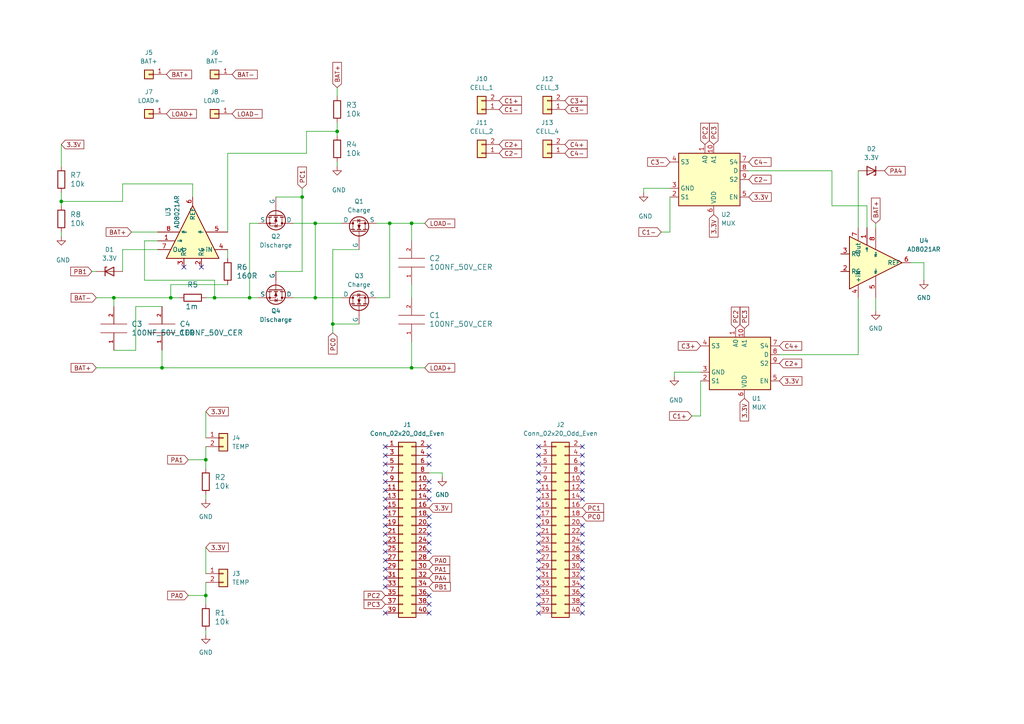
<source format=kicad_sch>
(kicad_sch (version 20250114) (generator "eeschema") (generator_version "9.0")
  (paper "A4")
  (lib_symbols
    (symbol "Amplifier_Operational:AD8021AR"
      (property "Reference" "U3" (at 13.97 6.4202 0))
      (property "Value" "AD8021AR" (at 13.97 3.8802 0))
      (symbol "AD8021AR_0_1"
        (polyline (pts (xy -7.62 7.62) (xy 7.62 0) (xy -7.62 -7.62) (xy -7.62 7.62)) (stroke (width 0.254)) (fill (type background)))
      )
      (symbol "AD8021AR_1_1"
        (pin input line (at -10.16 2.54 0) (length 2.54) (name "RG") (number "3"))
        (pin input line (at -10.16 -2.54 0) (length 2.54) (name "RG") (number "2"))
        (pin power_in line (at -5.08 10.16 270) (length 3.81) (name "Out") (number "7"))
        (pin power_in line (at -5.08 -10.16 90) (length 3.81) (name "+iN") (number "4"))
        (pin input line (at -2.54 10.16 270) (length 5.08) (name "-IN") (number "1"))
        (pin input line (at 0 10.16 270) (length 6.35) (name "VS+") (number "8"))
        (pin passive line (at 0 -10.16 90) (length 6.35) (name "VS-") (number "5"))
        (pin output line (at 10.16 0 180) (length 2.54) (name "REF") (number "6"))
      )
    )
    (symbol "Analog:PGA112"
      (property "Reference" "U2" (at 2.1433 -10.16 0))
      (property "Value" "MUX" (at 2.1433 -12.7 0))
      (symbol "PGA112_0_1"
        (rectangle (start -10.16 7.62) (end 7.62 -7.62) (stroke (width 0.254)) (fill (type background)))
      )
      (symbol "PGA112_1_1"
        (pin input line (at -12.7 5.08 0) (length 2.54) (name "S3") (number "4"))
        (pin input line (at -12.7 -2.54 0) (length 2.54) (name "GND") (number "3"))
        (pin input line (at -12.7 -5.08 0) (length 2.54) (name "S1") (number "2"))
        (pin power_in line (at -2.54 10.16 270) (length 2.54) (name "A0") (number "1"))
        (pin power_in line (at 0 10.16 270) (length 2.54) (name "A1") (number "10"))
        (pin power_in line (at 0 -10.16 90) (length 2.54) (name "VDD") (number "6"))
        (pin input line (at 10.16 5.08 180) (length 2.54) (name "S4") (number "7"))
        (pin bidirectional line (at 10.16 2.54 180) (length 2.54) (name "D") (number "8"))
        (pin input line (at 10.16 0 180) (length 2.54) (name "S2") (number "9"))
        (pin output line (at 10.16 -5.08 180) (length 2.54) (name "EN") (number "5"))
      )
    )
    (symbol "Connector_Generic:Conn_01x01" (pin_names (offset 1.016) (hide yes))
      (property "Reference" "J" (at 0 2.54 0))
      (property "Value" "Conn_01x01" (at 0 -2.54 0))
      (symbol "Conn_01x01_1_1"
        (rectangle (start -1.27 1.27) (end 1.27 -1.27) (stroke (width 0.254)) (fill (type background)))
        (rectangle (start -1.27 0.127) (end 0 -0.127) (stroke (width 0.1524)))
        (pin passive line (at -5.08 0 0) (length 3.81) (name "Pin_1") (number "1"))
      )
    )
    (symbol "Connector_Generic:Conn_01x02" (pin_names (offset 1.016) (hide yes))
      (property "Reference" "J" (at 0 2.54 0))
      (property "Value" "Conn_01x02" (at 0 -5.08 0))
      (symbol "Conn_01x02_1_1"
        (rectangle (start -1.27 1.27) (end 1.27 -3.81) (stroke (width 0.254)) (fill (type background)))
        (rectangle (start -1.27 0.127) (end 0 -0.127) (stroke (width 0.1524)))
        (rectangle (start -1.27 -2.413) (end 0 -2.667) (stroke (width 0.1524)))
        (pin passive line (at -5.08 0 0) (length 3.81) (name "Pin_1") (number "1"))
        (pin passive line (at -5.08 -2.54 0) (length 3.81) (name "Pin_2") (number "2"))
      )
    )
    (symbol "Connector_Generic:Conn_02x20_Odd_Even" (pin_names (offset 1.016) (hide yes))
      (property "Reference" "J" (at 1.27 25.4 0))
      (property "Value" "Conn_02x20_Odd_Even" (at 1.27 -27.94 0))
      (symbol "Conn_02x20_Odd_Even_1_1"
        (rectangle (start -1.27 24.13) (end 3.81 -26.67) (stroke (width 0.254)) (fill (type background)))
        (rectangle (start -1.27 22.987) (end 0 22.733) (stroke (width 0.1524)))
        (rectangle (start -1.27 20.447) (end 0 20.193) (stroke (width 0.1524)))
        (rectangle (start -1.27 17.907) (end 0 17.653) (stroke (width 0.1524)))
        (rectangle (start -1.27 15.367) (end 0 15.113) (stroke (width 0.1524)))
        (rectangle (start -1.27 12.827) (end 0 12.573) (stroke (width 0.1524)))
        (rectangle (start -1.27 10.287) (end 0 10.033) (stroke (width 0.1524)))
        (rectangle (start -1.27 7.747) (end 0 7.493) (stroke (width 0.1524)))
        (rectangle (start -1.27 5.207) (end 0 4.953) (stroke (width 0.1524)))
        (rectangle (start -1.27 2.667) (end 0 2.413) (stroke (width 0.1524)))
        (rectangle (start -1.27 0.127) (end 0 -0.127) (stroke (width 0.1524)))
        (rectangle (start -1.27 -2.413) (end 0 -2.667) (stroke (width 0.1524)))
        (rectangle (start -1.27 -4.953) (end 0 -5.207) (stroke (width 0.1524)))
        (rectangle (start -1.27 -7.493) (end 0 -7.747) (stroke (width 0.1524)))
        (rectangle (start -1.27 -10.033) (end 0 -10.287) (stroke (width 0.1524)))
        (rectangle (start -1.27 -12.573) (end 0 -12.827) (stroke (width 0.1524)))
        (rectangle (start -1.27 -15.113) (end 0 -15.367) (stroke (width 0.1524)))
        (rectangle (start -1.27 -17.653) (end 0 -17.907) (stroke (width 0.1524)))
        (rectangle (start -1.27 -20.193) (end 0 -20.447) (stroke (width 0.1524)))
        (rectangle (start -1.27 -22.733) (end 0 -22.987) (stroke (width 0.1524)))
        (rectangle (start -1.27 -25.273) (end 0 -25.527) (stroke (width 0.1524)))
        (rectangle (start 3.81 22.987) (end 2.54 22.733) (stroke (width 0.1524)))
        (rectangle (start 3.81 20.447) (end 2.54 20.193) (stroke (width 0.1524)))
        (rectangle (start 3.81 17.907) (end 2.54 17.653) (stroke (width 0.1524)))
        (rectangle (start 3.81 15.367) (end 2.54 15.113) (stroke (width 0.1524)))
        (rectangle (start 3.81 12.827) (end 2.54 12.573) (stroke (width 0.1524)))
        (rectangle (start 3.81 10.287) (end 2.54 10.033) (stroke (width 0.1524)))
        (rectangle (start 3.81 7.747) (end 2.54 7.493) (stroke (width 0.1524)))
        (rectangle (start 3.81 5.207) (end 2.54 4.953) (stroke (width 0.1524)))
        (rectangle (start 3.81 2.667) (end 2.54 2.413) (stroke (width 0.1524)))
        (rectangle (start 3.81 0.127) (end 2.54 -0.127) (stroke (width 0.1524)))
        (rectangle (start 3.81 -2.413) (end 2.54 -2.667) (stroke (width 0.1524)))
        (rectangle (start 3.81 -4.953) (end 2.54 -5.207) (stroke (width 0.1524)))
        (rectangle (start 3.81 -7.493) (end 2.54 -7.747) (stroke (width 0.1524)))
        (rectangle (start 3.81 -10.033) (end 2.54 -10.287) (stroke (width 0.1524)))
        (rectangle (start 3.81 -12.573) (end 2.54 -12.827) (stroke (width 0.1524)))
        (rectangle (start 3.81 -15.113) (end 2.54 -15.367) (stroke (width 0.1524)))
        (rectangle (start 3.81 -17.653) (end 2.54 -17.907) (stroke (width 0.1524)))
        (rectangle (start 3.81 -20.193) (end 2.54 -20.447) (stroke (width 0.1524)))
        (rectangle (start 3.81 -22.733) (end 2.54 -22.987) (stroke (width 0.1524)))
        (rectangle (start 3.81 -25.273) (end 2.54 -25.527) (stroke (width 0.1524)))
        (pin passive line (at -5.08 22.86 0) (length 3.81) (name "Pin_1") (number "1"))
        (pin passive line (at -5.08 20.32 0) (length 3.81) (name "Pin_3") (number "3"))
        (pin passive line (at -5.08 17.78 0) (length 3.81) (name "Pin_5") (number "5"))
        (pin passive line (at -5.08 15.24 0) (length 3.81) (name "Pin_7") (number "7"))
        (pin passive line (at -5.08 12.7 0) (length 3.81) (name "Pin_9") (number "9"))
        (pin passive line (at -5.08 10.16 0) (length 3.81) (name "Pin_11") (number "11"))
        (pin passive line (at -5.08 7.62 0) (length 3.81) (name "Pin_13") (number "13"))
        (pin passive line (at -5.08 5.08 0) (length 3.81) (name "Pin_15") (number "15"))
        (pin passive line (at -5.08 2.54 0) (length 3.81) (name "Pin_17") (number "17"))
        (pin passive line (at -5.08 0 0) (length 3.81) (name "Pin_19") (number "19"))
        (pin passive line (at -5.08 -2.54 0) (length 3.81) (name "Pin_21") (number "21"))
        (pin passive line (at -5.08 -5.08 0) (length 3.81) (name "Pin_23") (number "23"))
        (pin passive line (at -5.08 -7.62 0) (length 3.81) (name "Pin_25") (number "25"))
        (pin passive line (at -5.08 -10.16 0) (length 3.81) (name "Pin_27") (number "27"))
        (pin passive line (at -5.08 -12.7 0) (length 3.81) (name "Pin_29") (number "29"))
        (pin passive line (at -5.08 -15.24 0) (length 3.81) (name "Pin_31") (number "31"))
        (pin passive line (at -5.08 -17.78 0) (length 3.81) (name "Pin_33") (number "33"))
        (pin passive line (at -5.08 -20.32 0) (length 3.81) (name "Pin_35") (number "35"))
        (pin passive line (at -5.08 -22.86 0) (length 3.81) (name "Pin_37") (number "37"))
        (pin passive line (at -5.08 -25.4 0) (length 3.81) (name "Pin_39") (number "39"))
        (pin passive line (at 7.62 22.86 180) (length 3.81) (name "Pin_2") (number "2"))
        (pin passive line (at 7.62 20.32 180) (length 3.81) (name "Pin_4") (number "4"))
        (pin passive line (at 7.62 17.78 180) (length 3.81) (name "Pin_6") (number "6"))
        (pin passive line (at 7.62 15.24 180) (length 3.81) (name "Pin_8") (number "8"))
        (pin passive line (at 7.62 12.7 180) (length 3.81) (name "Pin_10") (number "10"))
        (pin passive line (at 7.62 10.16 180) (length 3.81) (name "Pin_12") (number "12"))
        (pin passive line (at 7.62 7.62 180) (length 3.81) (name "Pin_14") (number "14"))
        (pin passive line (at 7.62 5.08 180) (length 3.81) (name "Pin_16") (number "16"))
        (pin passive line (at 7.62 2.54 180) (length 3.81) (name "Pin_18") (number "18"))
        (pin passive line (at 7.62 0 180) (length 3.81) (name "Pin_20") (number "20"))
        (pin passive line (at 7.62 -2.54 180) (length 3.81) (name "Pin_22") (number "22"))
        (pin passive line (at 7.62 -5.08 180) (length 3.81) (name "Pin_24") (number "24"))
        (pin passive line (at 7.62 -7.62 180) (length 3.81) (name "Pin_26") (number "26"))
        (pin passive line (at 7.62 -10.16 180) (length 3.81) (name "Pin_28") (number "28"))
        (pin passive line (at 7.62 -12.7 180) (length 3.81) (name "Pin_30") (number "30"))
        (pin passive line (at 7.62 -15.24 180) (length 3.81) (name "Pin_32") (number "32"))
        (pin passive line (at 7.62 -17.78 180) (length 3.81) (name "Pin_34") (number "34"))
        (pin passive line (at 7.62 -20.32 180) (length 3.81) (name "Pin_36") (number "36"))
        (pin passive line (at 7.62 -22.86 180) (length 3.81) (name "Pin_38") (number "38"))
        (pin passive line (at 7.62 -25.4 180) (length 3.81) (name "Pin_40") (number "40"))
      )
    )
    (symbol "Diode:BZV55B3V0" (pin_numbers (hide yes)) (pin_names (hide yes))
      (property "Reference" "D" (at 0 2.54 0))
      (property "Value" "BZV55B3V0" (at 0 -2.54 0))
      (symbol "BZV55B3V0_0_1"
        (polyline (pts (xy -1.27 -1.27) (xy -1.27 1.27) (xy -0.762 1.27)) (stroke (width 0.254)))
        (polyline (pts (xy 1.27 0) (xy -1.27 0)))
        (polyline (pts (xy 1.27 -1.27) (xy 1.27 1.27) (xy -1.27 0) (xy 1.27 -1.27)) (stroke (width 0.254)))
      )
      (symbol "BZV55B3V0_1_1"
        (pin passive line (at -3.81 0 0) (length 2.54) (name "K") (number "1"))
        (pin passive line (at 3.81 0 180) (length 2.54) (name "A") (number "2"))
      )
    )
    (symbol "NMOS_1" (pin_numbers (hide yes)) (pin_names (offset 0))
      (property "Reference" "Q3" (at 6.35 1.2701 0))
      (property "Value" "NMOS" (at 6.35 -1.2699 0))
      (symbol "NMOS_1_0_1"
        (polyline (pts (xy 0.254 1.905) (xy 0.254 -1.905)) (stroke (width 0.254)))
        (polyline (pts (xy 0.254 0) (xy -2.54 0)))
        (polyline (pts (xy 0.762 2.286) (xy 0.762 1.27)) (stroke (width 0.254)))
        (polyline (pts (xy 0.762 0.508) (xy 0.762 -0.508)) (stroke (width 0.254)))
        (polyline (pts (xy 0.762 -1.27) (xy 0.762 -2.286)) (stroke (width 0.254)))
        (polyline (pts (xy 0.762 -1.778) (xy 3.302 -1.778) (xy 3.302 1.778) (xy 0.762 1.778)))
        (polyline (pts (xy 1.016 0) (xy 2.032 0.381) (xy 2.032 -0.381) (xy 1.016 0)) (fill (type outline)))
        (circle (center 1.651 0) (radius 2.794) (stroke (width 0.254)))
        (polyline (pts (xy 2.54 2.54) (xy 2.54 1.778)))
        (circle (center 2.54 1.778) (radius 0.254) (fill (type outline)))
        (circle (center 2.54 -1.778) (radius 0.254) (fill (type outline)))
        (polyline (pts (xy 2.54 -2.54) (xy 2.54 0) (xy 0.762 0)))
        (polyline (pts (xy 2.794 0.508) (xy 2.921 0.381) (xy 3.683 0.381) (xy 3.81 0.254)))
        (polyline (pts (xy 3.302 0.381) (xy 2.921 -0.254) (xy 3.683 -0.254) (xy 3.302 0.381)))
      )
      (symbol "NMOS_1_1_1"
        (pin input line (at -5.08 0 0) (length 2.54) (name "G") (number "4"))
        (pin passive line (at 2.54 5.08 270) (length 2.54) (name "D") (number "8"))
        (pin passive line (at 2.54 -5.08 90) (length 2.54) (name "S") (number "1"))
      )
    )
    (symbol "VAMK_C_SMD:100NF_50V_CER" (pin_names (offset 0))
      (property "Reference" "C" (at 0 7.62 0))
      (symbol "100NF_50V_CER_1_1"
        (polyline (pts (xy -1.27 -3.81) (xy -1.27 3.81)))
        (polyline (pts (xy 1.27 -3.81) (xy 1.27 3.81)))
        (pin passive line (at -6.35 0 0) (length 5.08) (name "~") (number "1"))
        (pin passive line (at 6.35 0 180) (length 5.08) (name "~") (number "2"))
      )
    )
    (symbol "VAMK_R_SMD:0R" (pin_numbers (hide yes)) (pin_names (offset 0) (hide yes))
      (property "Reference" "R" (at 0 0 0))
      (symbol "0R_1_1"
        (rectangle (start 2.54 -1.016) (end -2.54 1.016) (stroke (width 0.254)))
        (pin passive line (at -3.81 0 0) (length 1.27) (name "~") (number "1"))
        (pin passive line (at 3.81 0 180) (length 1.27) (name "~") (number "2"))
      )
    )
    (symbol "VAMK_R_SMD:10k" (pin_numbers (hide yes)) (pin_names (offset 0) (hide yes))
      (property "Reference" "R" (at 0 0 0))
      (symbol "10k_1_1"
        (rectangle (start 2.54 -1.016) (end -2.54 1.016) (stroke (width 0.254)))
        (pin passive line (at -3.81 0 0) (length 1.27) (name "~") (number "1"))
        (pin passive line (at 3.81 0 180) (length 1.27) (name "~") (number "2"))
      )
    )
    (symbol "power:GND" (power) (pin_numbers (hide yes)) (pin_names (offset 0) (hide yes))
      (property "Value" "GND" (at 0 -3.81 0))
      (symbol "GND_0_1"
        (polyline (pts (xy 0 0) (xy 0 -1.27) (xy 1.27 -1.27) (xy 0 -2.54) (xy -1.27 -1.27) (xy 0 -1.27)))
      )
      (symbol "GND_1_1"
        (pin power_in line (at 0 0 270) (length 0) (name "~") (number "1"))
      )
    )
  )
  (junction (at 91.44 64.77))
  (junction (at 59.69 172.72))
  (junction (at 119.38 64.77))
  (junction (at 33.02 86.36))
  (junction (at 119.38 106.68))
  (junction (at 87.63 57.15))
  (junction (at 91.44 86.36))
  (junction (at 49.53 86.36))
  (junction (at 46.99 106.68))
  (junction (at 72.39 86.36))
  (junction (at 62.23 86.36))
  (junction (at 96.52 93.98))
  (junction (at 97.79 38.1))
  (junction (at 17.78 58.42))
  (junction (at 59.69 133.35))
  (junction (at 113.03 64.77))
  (no_connect (at 124.46 144.78))
  (no_connect (at 111.76 139.7))
  (no_connect (at 156.21 147.32))
  (no_connect (at 111.76 154.94))
  (no_connect (at 168.91 170.18))
  (no_connect (at 168.91 129.54))
  (no_connect (at 156.21 160.02))
  (no_connect (at 111.76 165.1))
  (no_connect (at 111.76 162.56))
  (no_connect (at 124.46 172.72))
  (no_connect (at 124.46 134.62))
  (no_connect (at 156.21 167.64))
  (no_connect (at 156.21 129.54))
  (no_connect (at 168.91 175.26))
  (no_connect (at 111.76 160.02))
  (no_connect (at 111.76 167.64))
  (no_connect (at 156.21 175.26))
  (no_connect (at 156.21 152.4))
  (no_connect (at 111.76 147.32))
  (no_connect (at 111.76 149.86))
  (no_connect (at 156.21 170.18))
  (no_connect (at 124.46 132.08))
  (no_connect (at 156.21 162.56))
  (no_connect (at 168.91 154.94))
  (no_connect (at 124.46 129.54))
  (no_connect (at 124.46 142.24))
  (no_connect (at 124.46 154.94))
  (no_connect (at 156.21 157.48))
  (no_connect (at 111.76 170.18))
  (no_connect (at 111.76 132.08))
  (no_connect (at 58.42 77.47))
  (no_connect (at 168.91 137.16))
  (no_connect (at 156.21 172.72))
  (no_connect (at 168.91 162.56))
  (no_connect (at 156.21 142.24))
  (no_connect (at 111.76 152.4))
  (no_connect (at 168.91 165.1))
  (no_connect (at 124.46 160.02))
  (no_connect (at 53.34 77.47))
  (no_connect (at 168.91 172.72))
  (no_connect (at 168.91 144.78))
  (no_connect (at 168.91 157.48))
  (no_connect (at 124.46 177.8))
  (no_connect (at 156.21 165.1))
  (no_connect (at 111.76 142.24))
  (no_connect (at 156.21 149.86))
  (no_connect (at 156.21 144.78))
  (no_connect (at 168.91 134.62))
  (no_connect (at 124.46 157.48))
  (no_connect (at 111.76 129.54))
  (no_connect (at 111.76 177.8))
  (no_connect (at 168.91 167.64))
  (no_connect (at 111.76 134.62))
  (no_connect (at 168.91 152.4))
  (no_connect (at 124.46 139.7))
  (no_connect (at 168.91 142.24))
  (no_connect (at 156.21 134.62))
  (no_connect (at 124.46 149.86))
  (no_connect (at 111.76 144.78))
  (no_connect (at 156.21 154.94))
  (no_connect (at 168.91 139.7))
  (no_connect (at 168.91 160.02))
  (no_connect (at 168.91 177.8))
  (no_connect (at 156.21 137.16))
  (no_connect (at 111.76 157.48))
  (no_connect (at 124.46 152.4))
  (no_connect (at 111.76 137.16))
  (no_connect (at 124.46 175.26))
  (no_connect (at 168.91 132.08))
  (no_connect (at 156.21 177.8))
  (no_connect (at 156.21 139.7))
  (no_connect (at 156.21 132.08))
  (wire (pts (xy 59.69 135.89) (xy 59.69 133.35)))
  (wire (pts (xy 39.37 88.9) (xy 46.99 88.9)))
  (wire (pts (xy 59.69 129.54) (xy 59.69 133.35)))
  (wire (pts (xy 186.69 55.88) (xy 186.69 54.61)))
  (wire (pts (xy 55.88 53.34) (xy 55.88 57.15)))
  (wire (pts (xy 27.94 86.36) (xy 33.02 86.36)))
  (wire (pts (xy 248.92 86.36) (xy 248.92 102.87)))
  (wire (pts (xy 128.27 138.43) (xy 128.27 137.16)))
  (wire (pts (xy 96.52 93.98) (xy 104.14 93.98)))
  (wire (pts (xy 49.53 86.36) (xy 52.07 86.36)))
  (wire (pts (xy 119.38 64.77) (xy 123.19 64.77)))
  (wire (pts (xy 195.58 109.22) (xy 195.58 107.95)))
  (wire (pts (xy 87.63 78.74) (xy 87.63 57.15)))
  (wire (pts (xy 59.69 119.38) (xy 59.69 127)))
  (wire (pts (xy 41.91 69.85) (xy 41.91 81.28)))
  (wire (pts (xy 59.69 172.72) (xy 54.61 172.72)))
  (wire (pts (xy 46.99 101.6) (xy 46.99 106.68)))
  (wire (pts (xy 96.52 72.39) (xy 96.52 93.98)))
  (wire (pts (xy 97.79 38.1) (xy 97.79 39.37)))
  (wire (pts (xy 119.38 82.55) (xy 119.38 86.36)))
  (wire (pts (xy 66.04 72.39) (xy 66.04 74.93)))
  (wire (pts (xy 241.3 59.69) (xy 251.46 59.69)))
  (wire (pts (xy 128.27 137.16) (xy 124.46 137.16)))
  (wire (pts (xy 35.56 58.42) (xy 35.56 53.34)))
  (wire (pts (xy 80.01 57.15) (xy 87.63 57.15)))
  (wire (pts (xy 59.69 175.26) (xy 59.69 172.72)))
  (wire (pts (xy 66.04 82.55) (xy 49.53 82.55)))
  (wire (pts (xy 267.97 76.2) (xy 267.97 81.28)))
  (wire (pts (xy 226.06 102.87) (xy 248.92 102.87)))
  (wire (pts (xy 17.78 55.88) (xy 17.78 58.42)))
  (wire (pts (xy 217.17 49.53) (xy 241.3 49.53)))
  (wire (pts (xy 186.69 54.61) (xy 194.31 54.61)))
  (wire (pts (xy 59.69 143.51) (xy 59.69 144.78)))
  (wire (pts (xy 113.03 64.77) (xy 119.38 64.77)))
  (wire (pts (xy 194.31 67.31) (xy 194.31 57.15)))
  (wire (pts (xy 59.69 86.36) (xy 62.23 86.36)))
  (wire (pts (xy 33.02 101.6) (xy 39.37 101.6)))
  (wire (pts (xy 72.39 86.36) (xy 72.39 64.77)))
  (wire (pts (xy 195.58 107.95) (xy 203.2 107.95)))
  (wire (pts (xy 119.38 64.77) (xy 119.38 69.85)))
  (wire (pts (xy 91.44 64.77) (xy 99.06 64.77)))
  (wire (pts (xy 104.14 72.39) (xy 96.52 72.39)))
  (wire (pts (xy 17.78 68.58) (xy 17.78 67.31)))
  (wire (pts (xy 119.38 99.06) (xy 119.38 106.68)))
  (wire (pts (xy 27.94 106.68) (xy 46.99 106.68)))
  (wire (pts (xy 26.67 78.74) (xy 27.94 78.74)))
  (wire (pts (xy 74.93 86.36) (xy 72.39 86.36)))
  (wire (pts (xy 88.9 44.45) (xy 66.04 44.45)))
  (wire (pts (xy 119.38 106.68) (xy 123.19 106.68)))
  (wire (pts (xy 35.56 72.39) (xy 35.56 78.74)))
  (wire (pts (xy 264.16 76.2) (xy 267.97 76.2)))
  (wire (pts (xy 17.78 58.42) (xy 35.56 58.42)))
  (wire (pts (xy 97.79 38.1) (xy 88.9 38.1)))
  (wire (pts (xy 72.39 64.77) (xy 74.93 64.77)))
  (wire (pts (xy 41.91 81.28) (xy 62.23 81.28)))
  (wire (pts (xy 33.02 86.36) (xy 33.02 88.9)))
  (wire (pts (xy 59.69 182.88) (xy 59.69 184.15)))
  (wire (pts (xy 85.09 86.36) (xy 91.44 86.36)))
  (wire (pts (xy 97.79 48.26) (xy 97.79 46.99)))
  (wire (pts (xy 59.69 133.35) (xy 54.61 133.35)))
  (wire (pts (xy 45.72 72.39) (xy 35.56 72.39)))
  (wire (pts (xy 39.37 101.6) (xy 39.37 88.9)))
  (wire (pts (xy 241.3 49.53) (xy 241.3 59.69)))
  (wire (pts (xy 62.23 81.28) (xy 62.23 86.36)))
  (wire (pts (xy 62.23 86.36) (xy 72.39 86.36)))
  (wire (pts (xy 88.9 38.1) (xy 88.9 44.45)))
  (wire (pts (xy 96.52 93.98) (xy 96.52 96.52)))
  (wire (pts (xy 46.99 106.68) (xy 119.38 106.68)))
  (wire (pts (xy 251.46 59.69) (xy 251.46 66.04)))
  (wire (pts (xy 38.1 67.31) (xy 45.72 67.31)))
  (wire (pts (xy 109.22 86.36) (xy 113.03 86.36)))
  (wire (pts (xy 87.63 54.61) (xy 87.63 57.15)))
  (wire (pts (xy 35.56 53.34) (xy 55.88 53.34)))
  (wire (pts (xy 248.92 49.53) (xy 248.92 66.04)))
  (wire (pts (xy 200.66 120.65) (xy 203.2 120.65)))
  (wire (pts (xy 17.78 58.42) (xy 17.78 59.69)))
  (wire (pts (xy 97.79 25.4) (xy 97.79 27.94)))
  (wire (pts (xy 66.04 44.45) (xy 66.04 67.31)))
  (wire (pts (xy 254 86.36) (xy 254 90.17)))
  (wire (pts (xy 254 64.77) (xy 254 66.04)))
  (wire (pts (xy 17.78 41.91) (xy 17.78 48.26)))
  (wire (pts (xy 113.03 86.36) (xy 113.03 64.77)))
  (wire (pts (xy 113.03 64.77) (xy 109.22 64.77)))
  (wire (pts (xy 59.69 168.91) (xy 59.69 172.72)))
  (wire (pts (xy 80.01 78.74) (xy 87.63 78.74)))
  (wire (pts (xy 45.72 69.85) (xy 41.91 69.85)))
  (wire (pts (xy 85.09 64.77) (xy 91.44 64.77)))
  (wire (pts (xy 33.02 86.36) (xy 49.53 86.36)))
  (wire (pts (xy 91.44 64.77) (xy 91.44 86.36)))
  (wire (pts (xy 59.69 158.75) (xy 59.69 166.37)))
  (wire (pts (xy 97.79 35.56) (xy 97.79 38.1)))
  (wire (pts (xy 49.53 82.55) (xy 49.53 86.36)))
  (wire (pts (xy 191.77 67.31) (xy 194.31 67.31)))
  (wire (pts (xy 203.2 120.65) (xy 203.2 110.49)))
  (wire (pts (xy 91.44 86.36) (xy 99.06 86.36)))
  (global_label "C1-" (shape input) (at 144.78 31.75 0) (property "Intersheetrefs" "${INTERSHEET_REFS}" (effects (hide yes))))
  (global_label "PB1" (shape input) (at 124.46 170.18 0) (property "Intersheetrefs" "${INTERSHEET_REFS}" (effects (hide yes))))
  (global_label "C1-" (shape input) (at 191.77 67.31 180) (property "Intersheetrefs" "${INTERSHEET_REFS}" (effects (hide yes))))
  (global_label "C4-" (shape input) (at 163.83 44.45 0) (property "Intersheetrefs" "${INTERSHEET_REFS}" (effects (hide yes))))
  (global_label "PA4" (shape input) (at 256.54 49.53 0) (property "Intersheetrefs" "${INTERSHEET_REFS}" (effects (hide yes))))
  (global_label "C4+" (shape input) (at 226.06 100.33 0) (property "Intersheetrefs" "${INTERSHEET_REFS}" (effects (hide yes))))
  (global_label "LOAD-" (shape input) (at 123.19 64.77 0) (property "Intersheetrefs" "${INTERSHEET_REFS}" (effects (hide yes))))
  (global_label "3.3V" (shape input) (at 124.46 147.32 0) (property "Intersheetrefs" "${INTERSHEET_REFS}" (effects (hide yes))))
  (global_label "BAT+" (shape input) (at 48.26 21.59 0) (property "Intersheetrefs" "${INTERSHEET_REFS}" (effects (hide yes))))
  (global_label "C3-" (shape input) (at 163.83 31.75 0) (property "Intersheetrefs" "${INTERSHEET_REFS}" (effects (hide yes))))
  (global_label "PC2" (shape input) (at 213.36 95.25 90) (property "Intersheetrefs" "${INTERSHEET_REFS}" (effects (hide yes))))
  (global_label "PA1" (shape input) (at 124.46 165.1 0) (property "Intersheetrefs" "${INTERSHEET_REFS}" (effects (hide yes))))
  (global_label "BAT-" (shape input) (at 27.94 86.36 180) (property "Intersheetrefs" "${INTERSHEET_REFS}" (effects (hide yes))))
  (global_label "PC0" (shape input) (at 168.91 149.86 0) (property "Intersheetrefs" "${INTERSHEET_REFS}" (effects (hide yes))))
  (global_label "PC3" (shape input) (at 111.76 175.26 180) (property "Intersheetrefs" "${INTERSHEET_REFS}" (effects (hide yes))))
  (global_label "C3+" (shape input) (at 163.83 29.21 0) (property "Intersheetrefs" "${INTERSHEET_REFS}" (effects (hide yes))))
  (global_label "PC3" (shape input) (at 207.01 41.91 90) (property "Intersheetrefs" "${INTERSHEET_REFS}" (effects (hide yes))))
  (global_label "LOAD-" (shape input) (at 67.31 33.02 0) (property "Intersheetrefs" "${INTERSHEET_REFS}" (effects (hide yes))))
  (global_label "PC2" (shape input) (at 111.76 172.72 180) (property "Intersheetrefs" "${INTERSHEET_REFS}" (effects (hide yes))))
  (global_label "PC1" (shape input) (at 87.63 54.61 90) (property "Intersheetrefs" "${INTERSHEET_REFS}" (effects (hide yes))))
  (global_label "PA0" (shape input) (at 124.46 162.56 0) (property "Intersheetrefs" "${INTERSHEET_REFS}" (effects (hide yes))))
  (global_label "3.3V" (shape input) (at 215.9 115.57 270) (property "Intersheetrefs" "${INTERSHEET_REFS}" (effects (hide yes))))
  (global_label "LOAD+" (shape input) (at 123.19 106.68 0) (property "Intersheetrefs" "${INTERSHEET_REFS}" (effects (hide yes))))
  (global_label "BAT+" (shape input) (at 27.94 106.68 180) (property "Intersheetrefs" "${INTERSHEET_REFS}" (effects (hide yes))))
  (global_label "C1+" (shape input) (at 200.66 120.65 180) (property "Intersheetrefs" "${INTERSHEET_REFS}" (effects (hide yes))))
  (global_label "C2+" (shape input) (at 144.78 41.91 0) (property "Intersheetrefs" "${INTERSHEET_REFS}" (effects (hide yes))))
  (global_label "3.3V" (shape input) (at 217.17 57.15 0) (property "Intersheetrefs" "${INTERSHEET_REFS}" (effects (hide yes))))
  (global_label "C2-" (shape input) (at 217.17 52.07 0) (property "Intersheetrefs" "${INTERSHEET_REFS}" (effects (hide yes))))
  (global_label "C3+" (shape input) (at 203.2 100.33 180) (property "Intersheetrefs" "${INTERSHEET_REFS}" (effects (hide yes))))
  (global_label "PB1" (shape input) (at 26.67 78.74 180) (property "Intersheetrefs" "${INTERSHEET_REFS}" (effects (hide yes))))
  (global_label "3.3V" (shape input) (at 207.01 62.23 270) (property "Intersheetrefs" "${INTERSHEET_REFS}" (effects (hide yes))))
  (global_label "3.3V" (shape input) (at 59.69 119.38 0) (property "Intersheetrefs" "${INTERSHEET_REFS}" (effects (hide yes))))
  (global_label "BAT+" (shape input) (at 97.79 25.4 90) (property "Intersheetrefs" "${INTERSHEET_REFS}" (effects (hide yes))))
  (global_label "BAT-" (shape input) (at 67.31 21.59 0) (property "Intersheetrefs" "${INTERSHEET_REFS}" (effects (hide yes))))
  (global_label "BAT+" (shape input) (at 38.1 67.31 180) (property "Intersheetrefs" "${INTERSHEET_REFS}" (effects (hide yes))))
  (global_label "3.3V" (shape input) (at 17.78 41.91 0) (property "Intersheetrefs" "${INTERSHEET_REFS}" (effects (hide yes))))
  (global_label "PC1" (shape input) (at 168.91 147.32 0) (property "Intersheetrefs" "${INTERSHEET_REFS}" (effects (hide yes))))
  (global_label "LOAD+" (shape input) (at 48.26 33.02 0) (property "Intersheetrefs" "${INTERSHEET_REFS}" (effects (hide yes))))
  (global_label "PA1" (shape input) (at 54.61 133.35 180) (property "Intersheetrefs" "${INTERSHEET_REFS}" (effects (hide yes))))
  (global_label "PC2" (shape input) (at 204.47 41.91 90) (property "Intersheetrefs" "${INTERSHEET_REFS}" (effects (hide yes))))
  (global_label "C1+" (shape input) (at 144.78 29.21 0) (property "Intersheetrefs" "${INTERSHEET_REFS}" (effects (hide yes))))
  (global_label "PA4" (shape input) (at 124.46 167.64 0) (property "Intersheetrefs" "${INTERSHEET_REFS}" (effects (hide yes))))
  (global_label "3.3V" (shape input) (at 59.69 158.75 0) (property "Intersheetrefs" "${INTERSHEET_REFS}" (effects (hide yes))))
  (global_label "C2-" (shape input) (at 144.78 44.45 0) (property "Intersheetrefs" "${INTERSHEET_REFS}" (effects (hide yes))))
  (global_label "PC0" (shape input) (at 96.52 96.52 270) (property "Intersheetrefs" "${INTERSHEET_REFS}" (effects (hide yes))))
  (global_label "PA0" (shape input) (at 54.61 172.72 180) (property "Intersheetrefs" "${INTERSHEET_REFS}" (effects (hide yes))))
  (global_label "C3-" (shape input) (at 194.31 46.99 180) (property "Intersheetrefs" "${INTERSHEET_REFS}" (effects (hide yes))))
  (global_label "C4+" (shape input) (at 163.83 41.91 0) (property "Intersheetrefs" "${INTERSHEET_REFS}" (effects (hide yes))))
  (global_label "3.3V" (shape input) (at 226.06 110.49 0) (property "Intersheetrefs" "${INTERSHEET_REFS}" (effects (hide yes))))
  (global_label "C4-" (shape input) (at 217.17 46.99 0) (property "Intersheetrefs" "${INTERSHEET_REFS}" (effects (hide yes))))
  (global_label "BAT+" (shape input) (at 254 64.77 90) (property "Intersheetrefs" "${INTERSHEET_REFS}" (effects (hide yes))))
  (global_label "C2+" (shape input) (at 226.06 105.41 0) (property "Intersheetrefs" "${INTERSHEET_REFS}" (effects (hide yes))))
  (global_label "PC3" (shape input) (at 215.9 95.25 90) (property "Intersheetrefs" "${INTERSHEET_REFS}" (effects (hide yes))))
  (symbol (lib_id "Diode:BZV55B3V0") (at 31.75 78.74 0) (unit 1)
    (property "Reference" "D1" (at 31.75 72.39 0))
    (property "Value" "3.3V" (at 31.75 74.93 0))
    (property "Footprint" "Diode_SMD:D_SMF" (effects (hide yes)))
    (property "Datasheet" "https://assets.nexperia.com/documents/data-sheet/BZV55_SER.pdf" (effects (hide yes)))
    (property "Description" "3.0V, 500mW, 2%, Zener diode, MiniMELF" (effects (hide yes)))
  )
  (symbol (lib_id "Connector_Generic:Conn_01x02") (at 64.77 127 0) (unit 1)
    (property "Reference" "J4" (at 67.31 126.9999 0) (effects (justify left)))
    (property "Value" "TEMP" (at 67.31 129.5399 0) (effects (justify left)))
    (property "Footprint" "Connector_PinHeader_2.54mm:PinHeader_1x02_P2.54mm_Vertical_SMD_Pin1Left" (effects (hide yes)))
    (property "Description" "Generic connector, single row, 01x02, script generated (kicad-library-utils/schlib/autogen/connector/)" (effects (hide yes)))
  )
  (symbol (lib_name "NMOS_1") (lib_id "Simulation_SPICE:NMOS") (at 80.01 83.82 270) (unit 1)
    (property "Reference" "Q4" (at 80.01 90.17 90))
    (property "Value" "Discharge" (at 80.01 92.71 90))
    (property "Footprint" "Package_SO:SOIC-8_5.3x6.2mm_P1.27mm" (effects (hide yes)))
    (property "Datasheet" "https://ngspice.sourceforge.io/docs/ngspice-html-manual/manual.xhtml#cha_MOSFETs" (effects (hide yes)))
    (property "Description" "N-MOSFET transistor, drain/source/gate" (effects (hide yes)))
    (property "Sim.Device" "NMOS" (effects (hide yes)))
    (property "Sim.Type" "VDMOS" (effects (hide yes)))
    (property "Sim.Pins" "1=D 2=G 3=S" (effects (hide yes)))
  )
  (symbol (lib_id "Connector_Generic:Conn_01x02") (at 64.77 166.37 0) (unit 1)
    (property "Reference" "J3" (at 67.31 166.3699 0) (effects (justify left)))
    (property "Value" "TEMP" (at 67.31 168.9099 0) (effects (justify left)))
    (property "Footprint" "Connector_PinHeader_2.54mm:PinHeader_1x02_P2.54mm_Vertical_SMD_Pin1Left" (effects (hide yes)))
    (property "Description" "Generic connector, single row, 01x02, script generated (kicad-library-utils/schlib/autogen/connector/)" (effects (hide yes)))
  )
  (symbol (lib_id "power:GND") (at 254 90.17 0) (unit 1)
    (property "Reference" "#PWR05" (effects (hide yes)))
    (property "Value" "GND" (at 254 95.25 0))
    (property "Description" "Power symbol creates a global label with name \"GND\" , ground" (effects (hide yes)))
  )
  (symbol (lib_id "Diode:BZV55B3V0") (at 252.73 49.53 180) (unit 1)
    (property "Reference" "D2" (at 252.73 43.18 0))
    (property "Value" "3.3V" (at 252.73 45.72 0))
    (property "Footprint" "Diode_SMD:D_SMF" (effects (hide yes)))
    (property "Datasheet" "https://assets.nexperia.com/documents/data-sheet/BZV55_SER.pdf" (effects (hide yes)))
    (property "Description" "3.0V, 500mW, 2%, Zener diode, MiniMELF" (effects (hide yes)))
  )
  (symbol (lib_id "power:GND") (at 186.69 55.88 0) (unit 1)
    (property "Reference" "#PWR09" (effects (hide yes)))
    (property "Value" "GND" (at 187.198 62.738 0))
    (property "Description" "Power symbol creates a global label with name \"GND\" , ground" (effects (hide yes)))
  )
  (symbol (lib_id "Connector_Generic:Conn_01x01") (at 43.18 33.02 180) (unit 1)
    (property "Reference" "J7" (at 43.18 26.67 0))
    (property "Value" "LOAD+" (at 43.18 29.21 0))
    (property "Footprint" "Connector_Wire:SolderWirePad_1x01_SMD_5x10mm" (effects (hide yes)))
    (property "Description" "Generic connector, single row, 01x01, script generated (kicad-library-utils/schlib/autogen/connector/)" (effects (hide yes)))
  )
  (symbol (lib_id "Connector_Generic:Conn_01x01") (at 62.23 33.02 180) (unit 1)
    (property "Reference" "J8" (at 62.23 26.67 0))
    (property "Value" "LOAD-" (at 62.23 29.21 0))
    (property "Footprint" "Connector_Wire:SolderWirePad_1x01_SMD_5x10mm" (effects (hide yes)))
    (property "Description" "Generic connector, single row, 01x01, script generated (kicad-library-utils/schlib/autogen/connector/)" (effects (hide yes)))
  )
  (symbol (lib_id "Analog:PGA112") (at 215.9 105.41 0) (unit 1)
    (property "Reference" "U1" (at 218.0433 115.57 0) (effects (justify left)))
    (property "Value" "MUX" (at 218.0433 118.11 0) (effects (justify left)))
    (property "Footprint" "Package_SO:TSSOP-10_3x3mm_P0.5mm" (effects (hide yes)))
    (property "Datasheet" "http://www.ti.com/lit/ds/sbos424c/sbos424c.pdf" (effects (hide yes)))
    (property "Description" "Zero-Drift Programmable Gain Amplifier With Mux, x1/x2/x4/x8/x16/x32/x64/x128 gains, VSSOP-10" (effects (hide yes)))
  )
  (symbol (lib_id "power:GND") (at 59.69 144.78 0) (unit 1)
    (property "Reference" "#PWR04" (effects (hide yes)))
    (property "Value" "GND" (at 59.69 149.86 0))
    (property "Description" "Power symbol creates a global label with name \"GND\" , ground" (effects (hide yes)))
  )
  (symbol (lib_id "Connector_Generic:Conn_01x01") (at 43.18 21.59 180) (unit 1)
    (property "Reference" "J5" (at 43.18 15.24 0))
    (property "Value" "BAT+" (at 43.18 17.78 0))
    (property "Footprint" "Connector_Wire:SolderWirePad_1x01_SMD_5x10mm" (effects (hide yes)))
    (property "Description" "Generic connector, single row, 01x01, script generated (kicad-library-utils/schlib/autogen/connector/)" (effects (hide yes)))
  )
  (symbol (lib_id "VAMK_R_SMD:10k") (at 97.79 31.75 90) (unit 1)
    (property "Reference" "R3" (at 100.33 30.4799 90) (effects (font (size 1.524 1.524)) (justify right)))
    (property "Value" "10k" (at 100.33 33.0199 90) (effects (font (size 1.524 1.524)) (justify right)))
    (property "Footprint" "VAMK_R_SMD:1206" (effects (hide yes)))
    (property "Datasheet" "\"\"" (effects (hide yes)))
    (property "Description" "10K/5%/0.125W" (effects (hide yes)))
    (property "Storing Location" "EC6,  SMD station" (effects (hide yes)))
    (property "Tolerance" " +-5%" (effects (hide yes)))
    (property "Order Number Farnell" "613824" (effects (hide yes)))
    (property "Blank Field" "none" (effects (hide yes)))
  )
  (symbol (lib_id "VAMK_C_SMD:100NF_50V_CER") (at 46.99 95.25 90) (unit 1)
    (property "Reference" "C4" (at 52.07 93.9799 90) (effects (font (size 1.524 1.524)) (justify right)))
    (property "Value" "100NF_50V_CER" (at 52.07 96.5199 90) (effects (font (size 1.524 1.524)) (justify right)))
    (property "Footprint" "VAMK_C_SMD:C1206" (effects (hide yes)))
    (property "Datasheet" "\"\"" (effects (hide yes)))
    (property "Description" "Multilayer ceramic SMD capacitor" (effects (hide yes)))
    (property "Storing Location" " EC6, SMD station" (effects (hide yes)))
    (property "Tolerance" " +-10%" (effects (hide yes)))
    (property "Order Number Elfa" "65-776-88" (effects (hide yes)))
    (property "Prototype Name" "100n" (effects (hide yes)))
  )
  (symbol (lib_id "VAMK_R_SMD:0R") (at 55.88 86.36 0) (unit 1)
    (property "Reference" "R5" (at 55.88 82.55 0) (effects (font (size 1.524 1.524))))
    (property "Value" "1m" (at 55.626 88.9 0) (effects (font (size 1.524 1.524))))
    (property "Footprint" "VAMK_R_SMD:1206" (effects (hide yes)))
    (property "Datasheet" "\"\"" (effects (hide yes)))
    (property "Description" "0R/5%/0.125W" (effects (hide yes)))
    (property "Tolerance" " +-5%" (effects (hide yes)))
    (property "Order Number Farnell" "772240" (effects (hide yes)))
    (property "Blank Field" "none" (effects (hide yes)))
    (property "Storing Location" "EC6,  SMD station" (effects (hide yes)))
  )
  (symbol (lib_id "VAMK_R_SMD:10k") (at 17.78 52.07 90) (unit 1)
    (property "Reference" "R7" (at 20.32 50.7999 90) (effects (font (size 1.524 1.524)) (justify right)))
    (property "Value" "10k" (at 20.32 53.3399 90) (effects (font (size 1.524 1.524)) (justify right)))
    (property "Footprint" "VAMK_R_SMD:1206" (effects (hide yes)))
    (property "Datasheet" "\"\"" (effects (hide yes)))
    (property "Description" "10K/5%/0.125W" (effects (hide yes)))
    (property "Storing Location" "EC6,  SMD station" (effects (hide yes)))
    (property "Tolerance" " +-5%" (effects (hide yes)))
    (property "Order Number Farnell" "613824" (effects (hide yes)))
    (property "Blank Field" "none" (effects (hide yes)))
  )
  (symbol (lib_id "VAMK_C_SMD:100NF_50V_CER") (at 33.02 95.25 90) (unit 1)
    (property "Reference" "C3" (at 38.1 93.9799 90) (effects (font (size 1.524 1.524)) (justify right)))
    (property "Value" "100NF_50V_CER" (at 38.1 96.5199 90) (effects (font (size 1.524 1.524)) (justify right)))
    (property "Footprint" "VAMK_C_SMD:C1206" (effects (hide yes)))
    (property "Datasheet" "\"\"" (effects (hide yes)))
    (property "Description" "Multilayer ceramic SMD capacitor" (effects (hide yes)))
    (property "Storing Location" " EC6, SMD station" (effects (hide yes)))
    (property "Tolerance" " +-10%" (effects (hide yes)))
    (property "Order Number Elfa" "65-776-88" (effects (hide yes)))
    (property "Prototype Name" "100n" (effects (hide yes)))
  )
  (symbol (lib_id "Connector_Generic:Conn_01x01") (at 62.23 21.59 180) (unit 1)
    (property "Reference" "J6" (at 62.23 15.24 0))
    (property "Value" "BAT-" (at 62.23 17.78 0))
    (property "Footprint" "Connector_Wire:SolderWirePad_1x01_SMD_5x10mm" (effects (hide yes)))
    (property "Description" "Generic connector, single row, 01x01, script generated (kicad-library-utils/schlib/autogen/connector/)" (effects (hide yes)))
  )
  (symbol (lib_id "power:GND") (at 128.27 138.43 0) (unit 1)
    (property "Reference" "#PWR010" (effects (hide yes)))
    (property "Value" "GND" (at 128.27 143.51 0))
    (property "Description" "Power symbol creates a global label with name \"GND\" , ground" (effects (hide yes)))
  )
  (symbol (lib_id "Analog:PGA112") (at 207.01 52.07 0) (unit 1)
    (property "Reference" "U2" (at 209.1533 62.23 0) (effects (justify left)))
    (property "Value" "MUX" (at 209.1533 64.77 0) (effects (justify left)))
    (property "Footprint" "Package_SO:TSSOP-10_3x3mm_P0.5mm" (effects (hide yes)))
    (property "Datasheet" "http://www.ti.com/lit/ds/sbos424c/sbos424c.pdf" (effects (hide yes)))
    (property "Description" "Zero-Drift Programmable Gain Amplifier With Mux, x1/x2/x4/x8/x16/x32/x64/x128 gains, VSSOP-10" (effects (hide yes)))
  )
  (symbol (lib_id "Connector_Generic:Conn_01x02") (at 158.75 44.45 180) (unit 1)
    (property "Reference" "J13" (at 158.75 35.56 0))
    (property "Value" "CELL_4" (at 158.75 38.1 0))
    (property "Footprint" "Connector_PinHeader_2.54mm:PinHeader_1x02_P2.54mm_Vertical_SMD_Pin1Left" (effects (hide yes)))
    (property "Description" "Generic connector, single row, 01x02, script generated (kicad-library-utils/schlib/autogen/connector/)" (effects (hide yes)))
  )
  (symbol (lib_id "power:GND") (at 195.58 109.22 0) (unit 1)
    (property "Reference" "#PWR08" (effects (hide yes)))
    (property "Value" "GND" (at 196.088 116.078 0))
    (property "Description" "Power symbol creates a global label with name \"GND\" , ground" (effects (hide yes)))
  )
  (symbol (lib_id "VAMK_C_SMD:100NF_50V_CER") (at 119.38 76.2 90) (unit 1)
    (property "Reference" "C2" (at 124.46 74.9299 90) (effects (font (size 1.524 1.524)) (justify right)))
    (property "Value" "100NF_50V_CER" (at 124.46 77.4699 90) (effects (font (size 1.524 1.524)) (justify right)))
    (property "Footprint" "VAMK_C_SMD:C1206" (effects (hide yes)))
    (property "Datasheet" "\"\"" (effects (hide yes)))
    (property "Description" "Multilayer ceramic SMD capacitor" (effects (hide yes)))
    (property "Storing Location" " EC6, SMD station" (effects (hide yes)))
    (property "Tolerance" " +-10%" (effects (hide yes)))
    (property "Order Number Elfa" "65-776-88" (effects (hide yes)))
    (property "Prototype Name" "100n" (effects (hide yes)))
  )
  (symbol (lib_id "Amplifier_Operational:AD8021AR") (at 55.88 67.31 90) (unit 1)
    (property "Reference" "U3" (at 48.768 61.468 0))
    (property "Value" "AD8021AR" (at 51.308 61.468 0))
    (property "Footprint" "Package_SO:SOIC-8_3.9x4.9mm_P1.27mm" (effects (hide yes)))
    (property "Datasheet" "https://www.analog.com/media/en/technical-documentation/data-sheets/AD8021.pdf" (effects (hide yes)))
    (property "Description" "Operational Amplifier, 4.5-24V single/dual supply, low noise, high speed, SOIC-8" (effects (hide yes)))
  )
  (symbol (lib_id "Connector_Generic:Conn_01x02") (at 139.7 44.45 180) (unit 1)
    (property "Reference" "J11" (at 139.7 35.56 0))
    (property "Value" "CELL_2" (at 139.7 38.1 0))
    (property "Footprint" "Connector_PinHeader_2.54mm:PinHeader_1x02_P2.54mm_Vertical_SMD_Pin1Left" (effects (hide yes)))
    (property "Description" "Generic connector, single row, 01x02, script generated (kicad-library-utils/schlib/autogen/connector/)" (effects (hide yes)))
  )
  (symbol (lib_id "VAMK_R_SMD:10k") (at 59.69 139.7 90) (unit 1)
    (property "Reference" "R2" (at 62.23 138.4299 90) (effects (font (size 1.524 1.524)) (justify right)))
    (property "Value" "10k" (at 62.23 140.9699 90) (effects (font (size 1.524 1.524)) (justify right)))
    (property "Footprint" "VAMK_R_SMD:1206" (effects (hide yes)))
    (property "Datasheet" "\"\"" (effects (hide yes)))
    (property "Description" "10K/5%/0.125W" (effects (hide yes)))
    (property "Storing Location" "EC6,  SMD station" (effects (hide yes)))
    (property "Tolerance" " +-5%" (effects (hide yes)))
    (property "Order Number Farnell" "613824" (effects (hide yes)))
    (property "Blank Field" "none" (effects (hide yes)))
  )
  (symbol (lib_id "Connector_Generic:Conn_01x02") (at 158.75 31.75 180) (unit 1)
    (property "Reference" "J12" (at 158.75 22.86 0))
    (property "Value" "CELL_3" (at 158.75 25.4 0))
    (property "Footprint" "Connector_PinHeader_2.54mm:PinHeader_1x02_P2.54mm_Vertical_SMD_Pin1Left" (effects (hide yes)))
    (property "Description" "Generic connector, single row, 01x02, script generated (kicad-library-utils/schlib/autogen/connector/)" (effects (hide yes)))
  )
  (symbol (lib_id "VAMK_R_SMD:10k") (at 97.79 43.18 90) (unit 1)
    (property "Reference" "R4" (at 100.33 41.9099 90) (effects (font (size 1.524 1.524)) (justify right)))
    (property "Value" "10k" (at 100.33 44.4499 90) (effects (font (size 1.524 1.524)) (justify right)))
    (property "Footprint" "VAMK_R_SMD:1206" (effects (hide yes)))
    (property "Datasheet" "\"\"" (effects (hide yes)))
    (property "Description" "10K/5%/0.125W" (effects (hide yes)))
    (property "Storing Location" "EC6,  SMD station" (effects (hide yes)))
    (property "Tolerance" " +-5%" (effects (hide yes)))
    (property "Order Number Farnell" "613824" (effects (hide yes)))
    (property "Blank Field" "none" (effects (hide yes)))
  )
  (symbol (lib_id "power:GND") (at 17.78 68.58 0) (unit 1)
    (property "Reference" "#PWR07" (effects (hide yes)))
    (property "Value" "GND" (at 18.288 75.438 0))
    (property "Description" "Power symbol creates a global label with name \"GND\" , ground" (effects (hide yes)))
  )
  (symbol (lib_name "NMOS_1") (lib_id "Simulation_SPICE:NMOS") (at 80.01 62.23 270) (unit 1)
    (property "Reference" "Q2" (at 80.01 68.58 90))
    (property "Value" "Discharge" (at 80.01 71.12 90))
    (property "Footprint" "Package_SO:SOIC-8_5.3x6.2mm_P1.27mm" (effects (hide yes)))
    (property "Datasheet" "https://ngspice.sourceforge.io/docs/ngspice-html-manual/manual.xhtml#cha_MOSFETs" (effects (hide yes)))
    (property "Description" "N-MOSFET transistor, drain/source/gate" (effects (hide yes)))
    (property "Sim.Device" "NMOS" (effects (hide yes)))
    (property "Sim.Type" "VDMOS" (effects (hide yes)))
    (property "Sim.Pins" "1=D 2=G 3=S" (effects (hide yes)))
  )
  (symbol (lib_name "NMOS_1") (lib_id "Simulation_SPICE:NMOS") (at 104.14 67.31 90) (unit 1)
    (property "Reference" "Q1" (at 104.14 58.42 90))
    (property "Value" "Charge" (at 104.14 60.96 90))
    (property "Footprint" "Package_SO:SOIC-8_5.3x6.2mm_P1.27mm" (effects (hide yes)))
    (property "Datasheet" "https://ngspice.sourceforge.io/docs/ngspice-html-manual/manual.xhtml#cha_MOSFETs" (effects (hide yes)))
    (property "Description" "N-MOSFET transistor, drain/source/gate" (effects (hide yes)))
    (property "Sim.Device" "NMOS" (effects (hide yes)))
    (property "Sim.Type" "VDMOS" (effects (hide yes)))
    (property "Sim.Pins" "1=D 2=G 3=S" (effects (hide yes)))
  )
  (symbol (lib_id "VAMK_R_SMD:10k") (at 59.69 179.07 90) (unit 1)
    (property "Reference" "R1" (at 62.23 177.7999 90) (effects (font (size 1.524 1.524)) (justify right)))
    (property "Value" "10k" (at 62.23 180.3399 90) (effects (font (size 1.524 1.524)) (justify right)))
    (property "Footprint" "VAMK_R_SMD:1206" (effects (hide yes)))
    (property "Datasheet" "\"\"" (effects (hide yes)))
    (property "Description" "10K/5%/0.125W" (effects (hide yes)))
    (property "Storing Location" "EC6,  SMD station" (effects (hide yes)))
    (property "Tolerance" " +-5%" (effects (hide yes)))
    (property "Order Number Farnell" "613824" (effects (hide yes)))
    (property "Blank Field" "none" (effects (hide yes)))
  )
  (symbol (lib_id "Connector_Generic:Conn_01x02") (at 139.7 31.75 180) (unit 1)
    (property "Reference" "J10" (at 139.7 22.86 0))
    (property "Value" "CELL_1" (at 139.7 25.4 0))
    (property "Footprint" "Connector_PinHeader_2.54mm:PinHeader_1x02_P2.54mm_Vertical_SMD_Pin1Left" (effects (hide yes)))
    (property "Description" "Generic connector, single row, 01x02, script generated (kicad-library-utils/schlib/autogen/connector/)" (effects (hide yes)))
  )
  (symbol (lib_id "Amplifier_Operational:AD8021AR") (at 254 76.2 0) (unit 1)
    (property "Reference" "U4" (at 267.97 69.7798 0))
    (property "Value" "AD8021AR" (at 267.97 72.3198 0))
    (property "Footprint" "Package_SO:SOIC-8_3.9x4.9mm_P1.27mm" (effects (hide yes)))
    (property "Datasheet" "https://www.analog.com/media/en/technical-documentation/data-sheets/AD8021.pdf" (effects (hide yes)))
    (property "Description" "Operational Amplifier, 4.5-24V single/dual supply, low noise, high speed, SOIC-8" (effects (hide yes)))
  )
  (symbol (lib_id "power:GND") (at 267.97 81.28 0) (unit 1)
    (property "Reference" "#PWR011" (effects (hide yes)))
    (property "Value" "GND" (at 267.97 86.36 0))
    (property "Description" "Power symbol creates a global label with name \"GND\" , ground" (effects (hide yes)))
  )
  (symbol (lib_id "VAMK_C_SMD:100NF_50V_CER") (at 119.38 92.71 90) (unit 1)
    (property "Reference" "C1" (at 124.46 91.4399 90) (effects (font (size 1.524 1.524)) (justify right)))
    (property "Value" "100NF_50V_CER" (at 124.46 93.9799 90) (effects (font (size 1.524 1.524)) (justify right)))
    (property "Footprint" "VAMK_C_SMD:C1206" (effects (hide yes)))
    (property "Datasheet" "\"\"" (effects (hide yes)))
    (property "Description" "Multilayer ceramic SMD capacitor" (effects (hide yes)))
    (property "Storing Location" " EC6, SMD station" (effects (hide yes)))
    (property "Tolerance" " +-10%" (effects (hide yes)))
    (property "Order Number Elfa" "65-776-88" (effects (hide yes)))
    (property "Prototype Name" "100n" (effects (hide yes)))
  )
  (symbol (lib_id "power:GND") (at 97.79 48.26 0) (unit 1)
    (property "Reference" "#PWR06" (effects (hide yes)))
    (property "Value" "GND" (at 98.298 55.118 0))
    (property "Description" "Power symbol creates a global label with name \"GND\" , ground" (effects (hide yes)))
  )
  (symbol (lib_id "VAMK_R_SMD:0R") (at 66.04 78.74 90) (unit 1)
    (property "Reference" "R6" (at 68.58 77.4699 90) (effects (font (size 1.524 1.524)) (justify right)))
    (property "Value" "160R" (at 68.58 80.0099 90) (effects (font (size 1.524 1.524)) (justify right)))
    (property "Footprint" "VAMK_R_SMD:1206" (effects (hide yes)))
    (property "Datasheet" "\"\"" (effects (hide yes)))
    (property "Description" "0R/5%/0.125W" (effects (hide yes)))
    (property "Tolerance" " +-5%" (effects (hide yes)))
    (property "Order Number Farnell" "772240" (effects (hide yes)))
    (property "Blank Field" "none" (effects (hide yes)))
    (property "Storing Location" "EC6,  SMD station" (effects (hide yes)))
  )
  (symbol (lib_id "Connector_Generic:Conn_02x20_Odd_Even") (at 161.29 152.4 0) (unit 1)
    (property "Reference" "J2" (at 162.56 123.19 0))
    (property "Value" "Conn_02x20_Odd_Even" (at 162.56 125.73 0))
    (property "Footprint" "Connector_Samtec_HLE_SMD:Samtec_HLE-120-02-xxx-DV-BE-LC_2x20_P2.54mm_Horizontal" (effects (hide yes)))
    (property "Description" "Generic connector, double row, 02x20, odd/even pin numbering scheme (row 1 odd numbers, row 2 even numbers), script generated (kicad-library-utils/schlib/autogen/connector/)" (effects (hide yes)))
  )
  (symbol (lib_id "VAMK_R_SMD:10k") (at 17.78 63.5 90) (unit 1)
    (property "Reference" "R8" (at 20.32 62.2299 90) (effects (font (size 1.524 1.524)) (justify right)))
    (property "Value" "10k" (at 20.32 64.7699 90) (effects (font (size 1.524 1.524)) (justify right)))
    (property "Footprint" "VAMK_R_SMD:1206" (effects (hide yes)))
    (property "Datasheet" "\"\"" (effects (hide yes)))
    (property "Description" "10K/5%/0.125W" (effects (hide yes)))
    (property "Storing Location" "EC6,  SMD station" (effects (hide yes)))
    (property "Tolerance" " +-5%" (effects (hide yes)))
    (property "Order Number Farnell" "613824" (effects (hide yes)))
    (property "Blank Field" "none" (effects (hide yes)))
  )
  (symbol (lib_id "power:GND") (at 59.69 184.15 0) (unit 1)
    (property "Reference" "#PWR01" (effects (hide yes)))
    (property "Value" "GND" (at 59.69 189.23 0))
    (property "Description" "Power symbol creates a global label with name \"GND\" , ground" (effects (hide yes)))
  )
  (symbol (lib_name "NMOS_1") (lib_id "Simulation_SPICE:NMOS") (at 104.14 88.9 90) (unit 1)
    (property "Reference" "Q3" (at 104.14 80.01 90))
    (property "Value" "Charge" (at 104.14 82.55 90))
    (property "Footprint" "Package_SO:SOIC-8_5.3x6.2mm_P1.27mm" (effects (hide yes)))
    (property "Datasheet" "https://ngspice.sourceforge.io/docs/ngspice-html-manual/manual.xhtml#cha_MOSFETs" (effects (hide yes)))
    (property "Description" "N-MOSFET transistor, drain/source/gate" (effects (hide yes)))
    (property "Sim.Device" "NMOS" (effects (hide yes)))
    (property "Sim.Type" "VDMOS" (effects (hide yes)))
    (property "Sim.Pins" "1=D 2=G 3=S" (effects (hide yes)))
  )
  (symbol (lib_id "Connector_Generic:Conn_02x20_Odd_Even") (at 116.84 152.4 0) (unit 1)
    (property "Reference" "J1" (at 118.11 123.19 0))
    (property "Value" "Conn_02x20_Odd_Even" (at 118.11 125.73 0))
    (property "Footprint" "Connector_Samtec_HLE_SMD:Samtec_HLE-120-02-xxx-DV-BE-LC_2x20_P2.54mm_Horizontal" (effects (hide yes)))
    (property "Description" "Generic connector, double row, 02x20, odd/even pin numbering scheme (row 1 odd numbers, row 2 even numbers), script generated (kicad-library-utils/schlib/autogen/connector/)" (effects (hide yes)))
  )
)
</source>
